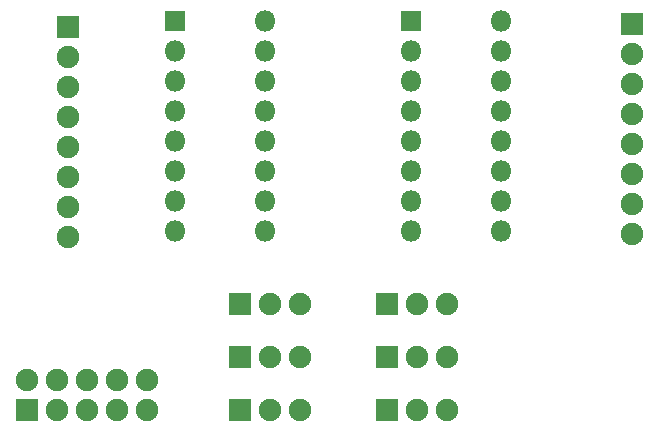
<source format=gbs>
G04 #@! TF.FileFunction,Soldermask,Bot*
%FSLAX46Y46*%
G04 Gerber Fmt 4.6, Leading zero omitted, Abs format (unit mm)*
G04 Created by KiCad (PCBNEW 4.0.7) date 10/28/18 02:33:58*
%MOMM*%
%LPD*%
G01*
G04 APERTURE LIST*
%ADD10C,0.100000*%
%ADD11R,1.800000X1.800000*%
%ADD12O,1.800000X1.800000*%
%ADD13R,1.900000X1.900000*%
%ADD14O,1.900000X1.900000*%
G04 APERTURE END LIST*
D10*
D11*
X148500000Y-98500000D03*
D12*
X156120000Y-116280000D03*
X148500000Y-101040000D03*
X156120000Y-113740000D03*
X148500000Y-103580000D03*
X156120000Y-111200000D03*
X148500000Y-106120000D03*
X156120000Y-108660000D03*
X148500000Y-108660000D03*
X156120000Y-106120000D03*
X148500000Y-111200000D03*
X156120000Y-103580000D03*
X148500000Y-113740000D03*
X156120000Y-101040000D03*
X148500000Y-116280000D03*
X156120000Y-98500000D03*
D13*
X166500000Y-122500000D03*
D14*
X169040000Y-122500000D03*
X171580000Y-122500000D03*
D13*
X166500000Y-127000000D03*
D14*
X169040000Y-127000000D03*
X171580000Y-127000000D03*
D13*
X166500000Y-131500000D03*
D14*
X169040000Y-131500000D03*
X171580000Y-131500000D03*
D13*
X187250000Y-98750000D03*
D14*
X187250000Y-101290000D03*
X187250000Y-103830000D03*
X187250000Y-106370000D03*
X187250000Y-108910000D03*
X187250000Y-111450000D03*
X187250000Y-113990000D03*
X187250000Y-116530000D03*
D13*
X139500000Y-99000000D03*
D14*
X139500000Y-101540000D03*
X139500000Y-104080000D03*
X139500000Y-106620000D03*
X139500000Y-109160000D03*
X139500000Y-111700000D03*
X139500000Y-114240000D03*
X139500000Y-116780000D03*
D11*
X168500000Y-98500000D03*
D12*
X176120000Y-116280000D03*
X168500000Y-101040000D03*
X176120000Y-113740000D03*
X168500000Y-103580000D03*
X176120000Y-111200000D03*
X168500000Y-106120000D03*
X176120000Y-108660000D03*
X168500000Y-108660000D03*
X176120000Y-106120000D03*
X168500000Y-111200000D03*
X176120000Y-103580000D03*
X168500000Y-113740000D03*
X176120000Y-101040000D03*
X168500000Y-116280000D03*
X176120000Y-98500000D03*
D13*
X136000000Y-131500000D03*
D14*
X136000000Y-128960000D03*
X138540000Y-131500000D03*
X138540000Y-128960000D03*
X141080000Y-131500000D03*
X141080000Y-128960000D03*
X143620000Y-131500000D03*
X143620000Y-128960000D03*
X146160000Y-131500000D03*
X146160000Y-128960000D03*
D13*
X154000000Y-122500000D03*
D14*
X156540000Y-122500000D03*
X159080000Y-122500000D03*
D13*
X154000000Y-127000000D03*
D14*
X156540000Y-127000000D03*
X159080000Y-127000000D03*
D13*
X154000000Y-131500000D03*
D14*
X156540000Y-131500000D03*
X159080000Y-131500000D03*
M02*

</source>
